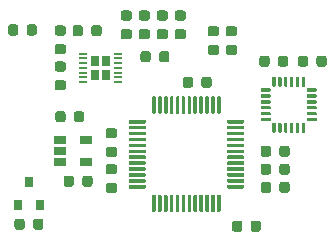
<source format=gbr>
G04 #@! TF.GenerationSoftware,KiCad,Pcbnew,(5.99.0-2119-g1c72042fc)*
G04 #@! TF.CreationDate,2020-07-20T23:30:33+02:00*
G04 #@! TF.ProjectId,ledCollar_PCB,6c656443-6f6c-46c6-9172-5f5043422e6b,rev?*
G04 #@! TF.SameCoordinates,Original*
G04 #@! TF.FileFunction,Paste,Top*
G04 #@! TF.FilePolarity,Positive*
%FSLAX46Y46*%
G04 Gerber Fmt 4.6, Leading zero omitted, Abs format (unit mm)*
G04 Created by KiCad (PCBNEW (5.99.0-2119-g1c72042fc)) date 2020-07-20 23:30:33*
%MOMM*%
%LPD*%
G01*
G04 APERTURE LIST*
%ADD10R,0.700000X0.970000*%
%ADD11R,0.700000X0.250000*%
%ADD12R,1.060000X0.650000*%
%ADD13R,0.800000X0.900000*%
G04 APERTURE END LIST*
G36*
G01*
X103562500Y-102506250D02*
X103562500Y-101993750D01*
G75*
G02*
X103781250Y-101775000I218750J0D01*
G01*
X104218750Y-101775000D01*
G75*
G02*
X104437500Y-101993750I0J-218750D01*
G01*
X104437500Y-102506250D01*
G75*
G02*
X104218750Y-102725000I-218750J0D01*
G01*
X103781250Y-102725000D01*
G75*
G02*
X103562500Y-102506250I0J218750D01*
G01*
G37*
G36*
G01*
X101987500Y-102506250D02*
X101987500Y-101993750D01*
G75*
G02*
X102206250Y-101775000I218750J0D01*
G01*
X102643750Y-101775000D01*
G75*
G02*
X102862500Y-101993750I0J-218750D01*
G01*
X102862500Y-102506250D01*
G75*
G02*
X102643750Y-102725000I-218750J0D01*
G01*
X102206250Y-102725000D01*
G75*
G02*
X101987500Y-102506250I0J218750D01*
G01*
G37*
G36*
G01*
X119123750Y-103499500D02*
X119636250Y-103499500D01*
G75*
G02*
X119855000Y-103718250I0J-218750D01*
G01*
X119855000Y-104155750D01*
G75*
G02*
X119636250Y-104374500I-218750J0D01*
G01*
X119123750Y-104374500D01*
G75*
G02*
X118905000Y-104155750I0J218750D01*
G01*
X118905000Y-103718250D01*
G75*
G02*
X119123750Y-103499500I218750J0D01*
G01*
G37*
G36*
G01*
X119123750Y-101924500D02*
X119636250Y-101924500D01*
G75*
G02*
X119855000Y-102143250I0J-218750D01*
G01*
X119855000Y-102580750D01*
G75*
G02*
X119636250Y-102799500I-218750J0D01*
G01*
X119123750Y-102799500D01*
G75*
G02*
X118905000Y-102580750I0J218750D01*
G01*
X118905000Y-102143250D01*
G75*
G02*
X119123750Y-101924500I218750J0D01*
G01*
G37*
G36*
G01*
X120647750Y-103499500D02*
X121160250Y-103499500D01*
G75*
G02*
X121379000Y-103718250I0J-218750D01*
G01*
X121379000Y-104155750D01*
G75*
G02*
X121160250Y-104374500I-218750J0D01*
G01*
X120647750Y-104374500D01*
G75*
G02*
X120429000Y-104155750I0J218750D01*
G01*
X120429000Y-103718250D01*
G75*
G02*
X120647750Y-103499500I218750J0D01*
G01*
G37*
G36*
G01*
X120647750Y-101924500D02*
X121160250Y-101924500D01*
G75*
G02*
X121379000Y-102143250I0J-218750D01*
G01*
X121379000Y-102580750D01*
G75*
G02*
X121160250Y-102799500I-218750J0D01*
G01*
X120647750Y-102799500D01*
G75*
G02*
X120429000Y-102580750I0J218750D01*
G01*
X120429000Y-102143250D01*
G75*
G02*
X120647750Y-101924500I218750J0D01*
G01*
G37*
G36*
G01*
X127404460Y-104642423D02*
X127404460Y-105154923D01*
G75*
G02*
X127185710Y-105373673I-218750J0D01*
G01*
X126748210Y-105373673D01*
G75*
G02*
X126529460Y-105154923I0J218750D01*
G01*
X126529460Y-104642423D01*
G75*
G02*
X126748210Y-104423673I218750J0D01*
G01*
X127185710Y-104423673D01*
G75*
G02*
X127404460Y-104642423I0J-218750D01*
G01*
G37*
G36*
G01*
X128979460Y-104642423D02*
X128979460Y-105154923D01*
G75*
G02*
X128760710Y-105373673I-218750J0D01*
G01*
X128323210Y-105373673D01*
G75*
G02*
X128104460Y-105154923I0J218750D01*
G01*
X128104460Y-104642423D01*
G75*
G02*
X128323210Y-104423673I218750J0D01*
G01*
X128760710Y-104423673D01*
G75*
G02*
X128979460Y-104642423I0J-218750D01*
G01*
G37*
G36*
G01*
X124835500Y-105152063D02*
X124835500Y-104639563D01*
G75*
G02*
X125054250Y-104420813I218750J0D01*
G01*
X125491750Y-104420813D01*
G75*
G02*
X125710500Y-104639563I0J-218750D01*
G01*
X125710500Y-105152063D01*
G75*
G02*
X125491750Y-105370813I-218750J0D01*
G01*
X125054250Y-105370813D01*
G75*
G02*
X124835500Y-105152063I0J218750D01*
G01*
G37*
G36*
G01*
X123260500Y-105152063D02*
X123260500Y-104639563D01*
G75*
G02*
X123479250Y-104420813I218750J0D01*
G01*
X123916750Y-104420813D01*
G75*
G02*
X124135500Y-104639563I0J-218750D01*
G01*
X124135500Y-105152063D01*
G75*
G02*
X123916750Y-105370813I-218750J0D01*
G01*
X123479250Y-105370813D01*
G75*
G02*
X123260500Y-105152063I0J218750D01*
G01*
G37*
G36*
G01*
X124264310Y-112265750D02*
X124264310Y-112778250D01*
G75*
G02*
X124045560Y-112997000I-218750J0D01*
G01*
X123608060Y-112997000D01*
G75*
G02*
X123389310Y-112778250I0J218750D01*
G01*
X123389310Y-112265750D01*
G75*
G02*
X123608060Y-112047000I218750J0D01*
G01*
X124045560Y-112047000D01*
G75*
G02*
X124264310Y-112265750I0J-218750D01*
G01*
G37*
G36*
G01*
X125839310Y-112265750D02*
X125839310Y-112778250D01*
G75*
G02*
X125620560Y-112997000I-218750J0D01*
G01*
X125183060Y-112997000D01*
G75*
G02*
X124964310Y-112778250I0J218750D01*
G01*
X124964310Y-112265750D01*
G75*
G02*
X125183060Y-112047000I218750J0D01*
G01*
X125620560Y-112047000D01*
G75*
G02*
X125839310Y-112265750I0J-218750D01*
G01*
G37*
G36*
G01*
X124259422Y-113789750D02*
X124259422Y-114302250D01*
G75*
G02*
X124040672Y-114521000I-218750J0D01*
G01*
X123603172Y-114521000D01*
G75*
G02*
X123384422Y-114302250I0J218750D01*
G01*
X123384422Y-113789750D01*
G75*
G02*
X123603172Y-113571000I218750J0D01*
G01*
X124040672Y-113571000D01*
G75*
G02*
X124259422Y-113789750I0J-218750D01*
G01*
G37*
G36*
G01*
X125834422Y-113789750D02*
X125834422Y-114302250D01*
G75*
G02*
X125615672Y-114521000I-218750J0D01*
G01*
X125178172Y-114521000D01*
G75*
G02*
X124959422Y-114302250I0J218750D01*
G01*
X124959422Y-113789750D01*
G75*
G02*
X125178172Y-113571000I218750J0D01*
G01*
X125615672Y-113571000D01*
G75*
G02*
X125834422Y-113789750I0J-218750D01*
G01*
G37*
G36*
G01*
X124225000Y-109757366D02*
X124225000Y-109907366D01*
G75*
G02*
X124150000Y-109982366I-75000J0D01*
G01*
X123450000Y-109982366D01*
G75*
G02*
X123375000Y-109907366I0J75000D01*
G01*
X123375000Y-109757366D01*
G75*
G02*
X123450000Y-109682366I75000J0D01*
G01*
X124150000Y-109682366D01*
G75*
G02*
X124225000Y-109757366I0J-75000D01*
G01*
G37*
G36*
G01*
X124225000Y-109257366D02*
X124225000Y-109407366D01*
G75*
G02*
X124150000Y-109482366I-75000J0D01*
G01*
X123450000Y-109482366D01*
G75*
G02*
X123375000Y-109407366I0J75000D01*
G01*
X123375000Y-109257366D01*
G75*
G02*
X123450000Y-109182366I75000J0D01*
G01*
X124150000Y-109182366D01*
G75*
G02*
X124225000Y-109257366I0J-75000D01*
G01*
G37*
G36*
G01*
X124225000Y-108757366D02*
X124225000Y-108907366D01*
G75*
G02*
X124150000Y-108982366I-75000J0D01*
G01*
X123450000Y-108982366D01*
G75*
G02*
X123375000Y-108907366I0J75000D01*
G01*
X123375000Y-108757366D01*
G75*
G02*
X123450000Y-108682366I75000J0D01*
G01*
X124150000Y-108682366D01*
G75*
G02*
X124225000Y-108757366I0J-75000D01*
G01*
G37*
G36*
G01*
X124225000Y-108257366D02*
X124225000Y-108407366D01*
G75*
G02*
X124150000Y-108482366I-75000J0D01*
G01*
X123450000Y-108482366D01*
G75*
G02*
X123375000Y-108407366I0J75000D01*
G01*
X123375000Y-108257366D01*
G75*
G02*
X123450000Y-108182366I75000J0D01*
G01*
X124150000Y-108182366D01*
G75*
G02*
X124225000Y-108257366I0J-75000D01*
G01*
G37*
G36*
G01*
X124225000Y-107757366D02*
X124225000Y-107907366D01*
G75*
G02*
X124150000Y-107982366I-75000J0D01*
G01*
X123450000Y-107982366D01*
G75*
G02*
X123375000Y-107907366I0J75000D01*
G01*
X123375000Y-107757366D01*
G75*
G02*
X123450000Y-107682366I75000J0D01*
G01*
X124150000Y-107682366D01*
G75*
G02*
X124225000Y-107757366I0J-75000D01*
G01*
G37*
G36*
G01*
X124225000Y-107257366D02*
X124225000Y-107407366D01*
G75*
G02*
X124150000Y-107482366I-75000J0D01*
G01*
X123450000Y-107482366D01*
G75*
G02*
X123375000Y-107407366I0J75000D01*
G01*
X123375000Y-107257366D01*
G75*
G02*
X123450000Y-107182366I75000J0D01*
G01*
X124150000Y-107182366D01*
G75*
G02*
X124225000Y-107257366I0J-75000D01*
G01*
G37*
G36*
G01*
X124575000Y-107057366D02*
X124425000Y-107057366D01*
G75*
G02*
X124350000Y-106982366I0J75000D01*
G01*
X124350000Y-106282366D01*
G75*
G02*
X124425000Y-106207366I75000J0D01*
G01*
X124575000Y-106207366D01*
G75*
G02*
X124650000Y-106282366I0J-75000D01*
G01*
X124650000Y-106982366D01*
G75*
G02*
X124575000Y-107057366I-75000J0D01*
G01*
G37*
G36*
G01*
X125075000Y-107057366D02*
X124925000Y-107057366D01*
G75*
G02*
X124850000Y-106982366I0J75000D01*
G01*
X124850000Y-106282366D01*
G75*
G02*
X124925000Y-106207366I75000J0D01*
G01*
X125075000Y-106207366D01*
G75*
G02*
X125150000Y-106282366I0J-75000D01*
G01*
X125150000Y-106982366D01*
G75*
G02*
X125075000Y-107057366I-75000J0D01*
G01*
G37*
G36*
G01*
X125575000Y-107057366D02*
X125425000Y-107057366D01*
G75*
G02*
X125350000Y-106982366I0J75000D01*
G01*
X125350000Y-106282366D01*
G75*
G02*
X125425000Y-106207366I75000J0D01*
G01*
X125575000Y-106207366D01*
G75*
G02*
X125650000Y-106282366I0J-75000D01*
G01*
X125650000Y-106982366D01*
G75*
G02*
X125575000Y-107057366I-75000J0D01*
G01*
G37*
G36*
G01*
X126075000Y-107057366D02*
X125925000Y-107057366D01*
G75*
G02*
X125850000Y-106982366I0J75000D01*
G01*
X125850000Y-106282366D01*
G75*
G02*
X125925000Y-106207366I75000J0D01*
G01*
X126075000Y-106207366D01*
G75*
G02*
X126150000Y-106282366I0J-75000D01*
G01*
X126150000Y-106982366D01*
G75*
G02*
X126075000Y-107057366I-75000J0D01*
G01*
G37*
G36*
G01*
X126575000Y-107057366D02*
X126425000Y-107057366D01*
G75*
G02*
X126350000Y-106982366I0J75000D01*
G01*
X126350000Y-106282366D01*
G75*
G02*
X126425000Y-106207366I75000J0D01*
G01*
X126575000Y-106207366D01*
G75*
G02*
X126650000Y-106282366I0J-75000D01*
G01*
X126650000Y-106982366D01*
G75*
G02*
X126575000Y-107057366I-75000J0D01*
G01*
G37*
G36*
G01*
X127075000Y-107057366D02*
X126925000Y-107057366D01*
G75*
G02*
X126850000Y-106982366I0J75000D01*
G01*
X126850000Y-106282366D01*
G75*
G02*
X126925000Y-106207366I75000J0D01*
G01*
X127075000Y-106207366D01*
G75*
G02*
X127150000Y-106282366I0J-75000D01*
G01*
X127150000Y-106982366D01*
G75*
G02*
X127075000Y-107057366I-75000J0D01*
G01*
G37*
G36*
G01*
X128125000Y-107257366D02*
X128125000Y-107407366D01*
G75*
G02*
X128050000Y-107482366I-75000J0D01*
G01*
X127350000Y-107482366D01*
G75*
G02*
X127275000Y-107407366I0J75000D01*
G01*
X127275000Y-107257366D01*
G75*
G02*
X127350000Y-107182366I75000J0D01*
G01*
X128050000Y-107182366D01*
G75*
G02*
X128125000Y-107257366I0J-75000D01*
G01*
G37*
G36*
G01*
X128125000Y-107757366D02*
X128125000Y-107907366D01*
G75*
G02*
X128050000Y-107982366I-75000J0D01*
G01*
X127350000Y-107982366D01*
G75*
G02*
X127275000Y-107907366I0J75000D01*
G01*
X127275000Y-107757366D01*
G75*
G02*
X127350000Y-107682366I75000J0D01*
G01*
X128050000Y-107682366D01*
G75*
G02*
X128125000Y-107757366I0J-75000D01*
G01*
G37*
G36*
G01*
X128125000Y-108257366D02*
X128125000Y-108407366D01*
G75*
G02*
X128050000Y-108482366I-75000J0D01*
G01*
X127350000Y-108482366D01*
G75*
G02*
X127275000Y-108407366I0J75000D01*
G01*
X127275000Y-108257366D01*
G75*
G02*
X127350000Y-108182366I75000J0D01*
G01*
X128050000Y-108182366D01*
G75*
G02*
X128125000Y-108257366I0J-75000D01*
G01*
G37*
G36*
G01*
X128125000Y-108757366D02*
X128125000Y-108907366D01*
G75*
G02*
X128050000Y-108982366I-75000J0D01*
G01*
X127350000Y-108982366D01*
G75*
G02*
X127275000Y-108907366I0J75000D01*
G01*
X127275000Y-108757366D01*
G75*
G02*
X127350000Y-108682366I75000J0D01*
G01*
X128050000Y-108682366D01*
G75*
G02*
X128125000Y-108757366I0J-75000D01*
G01*
G37*
G36*
G01*
X128125000Y-109257366D02*
X128125000Y-109407366D01*
G75*
G02*
X128050000Y-109482366I-75000J0D01*
G01*
X127350000Y-109482366D01*
G75*
G02*
X127275000Y-109407366I0J75000D01*
G01*
X127275000Y-109257366D01*
G75*
G02*
X127350000Y-109182366I75000J0D01*
G01*
X128050000Y-109182366D01*
G75*
G02*
X128125000Y-109257366I0J-75000D01*
G01*
G37*
G36*
G01*
X128125000Y-109757366D02*
X128125000Y-109907366D01*
G75*
G02*
X128050000Y-109982366I-75000J0D01*
G01*
X127350000Y-109982366D01*
G75*
G02*
X127275000Y-109907366I0J75000D01*
G01*
X127275000Y-109757366D01*
G75*
G02*
X127350000Y-109682366I75000J0D01*
G01*
X128050000Y-109682366D01*
G75*
G02*
X128125000Y-109757366I0J-75000D01*
G01*
G37*
G36*
G01*
X127075000Y-110957366D02*
X126925000Y-110957366D01*
G75*
G02*
X126850000Y-110882366I0J75000D01*
G01*
X126850000Y-110182366D01*
G75*
G02*
X126925000Y-110107366I75000J0D01*
G01*
X127075000Y-110107366D01*
G75*
G02*
X127150000Y-110182366I0J-75000D01*
G01*
X127150000Y-110882366D01*
G75*
G02*
X127075000Y-110957366I-75000J0D01*
G01*
G37*
G36*
G01*
X126575000Y-110957366D02*
X126425000Y-110957366D01*
G75*
G02*
X126350000Y-110882366I0J75000D01*
G01*
X126350000Y-110182366D01*
G75*
G02*
X126425000Y-110107366I75000J0D01*
G01*
X126575000Y-110107366D01*
G75*
G02*
X126650000Y-110182366I0J-75000D01*
G01*
X126650000Y-110882366D01*
G75*
G02*
X126575000Y-110957366I-75000J0D01*
G01*
G37*
G36*
G01*
X126075000Y-110957366D02*
X125925000Y-110957366D01*
G75*
G02*
X125850000Y-110882366I0J75000D01*
G01*
X125850000Y-110182366D01*
G75*
G02*
X125925000Y-110107366I75000J0D01*
G01*
X126075000Y-110107366D01*
G75*
G02*
X126150000Y-110182366I0J-75000D01*
G01*
X126150000Y-110882366D01*
G75*
G02*
X126075000Y-110957366I-75000J0D01*
G01*
G37*
G36*
G01*
X125575000Y-110957366D02*
X125425000Y-110957366D01*
G75*
G02*
X125350000Y-110882366I0J75000D01*
G01*
X125350000Y-110182366D01*
G75*
G02*
X125425000Y-110107366I75000J0D01*
G01*
X125575000Y-110107366D01*
G75*
G02*
X125650000Y-110182366I0J-75000D01*
G01*
X125650000Y-110882366D01*
G75*
G02*
X125575000Y-110957366I-75000J0D01*
G01*
G37*
G36*
G01*
X125075000Y-110957366D02*
X124925000Y-110957366D01*
G75*
G02*
X124850000Y-110882366I0J75000D01*
G01*
X124850000Y-110182366D01*
G75*
G02*
X124925000Y-110107366I75000J0D01*
G01*
X125075000Y-110107366D01*
G75*
G02*
X125150000Y-110182366I0J-75000D01*
G01*
X125150000Y-110882366D01*
G75*
G02*
X125075000Y-110957366I-75000J0D01*
G01*
G37*
G36*
G01*
X124575000Y-110957366D02*
X124425000Y-110957366D01*
G75*
G02*
X124350000Y-110882366I0J75000D01*
G01*
X124350000Y-110182366D01*
G75*
G02*
X124425000Y-110107366I75000J0D01*
G01*
X124575000Y-110107366D01*
G75*
G02*
X124650000Y-110182366I0J-75000D01*
G01*
X124650000Y-110882366D01*
G75*
G02*
X124575000Y-110957366I-75000J0D01*
G01*
G37*
D10*
X109361000Y-104879500D03*
X110256000Y-104879500D03*
X110256000Y-106054500D03*
X109361000Y-106054500D03*
D11*
X111281000Y-106667000D03*
X108331000Y-106667000D03*
X108331000Y-104267000D03*
X108331000Y-104667000D03*
X108331000Y-105067000D03*
X108331000Y-105467000D03*
X108331000Y-105867000D03*
X108331000Y-106267000D03*
X111281000Y-106267000D03*
X111281000Y-105867000D03*
X111281000Y-105467000D03*
X111281000Y-105067000D03*
X111281000Y-104667000D03*
X111281000Y-104267000D03*
G36*
G01*
X120594000Y-109876000D02*
X121919000Y-109876000D01*
G75*
G02*
X121994000Y-109951000I0J-75000D01*
G01*
X121994000Y-110101000D01*
G75*
G02*
X121919000Y-110176000I-75000J0D01*
G01*
X120594000Y-110176000D01*
G75*
G02*
X120519000Y-110101000I0J75000D01*
G01*
X120519000Y-109951000D01*
G75*
G02*
X120594000Y-109876000I75000J0D01*
G01*
G37*
G36*
G01*
X120594000Y-110376000D02*
X121919000Y-110376000D01*
G75*
G02*
X121994000Y-110451000I0J-75000D01*
G01*
X121994000Y-110601000D01*
G75*
G02*
X121919000Y-110676000I-75000J0D01*
G01*
X120594000Y-110676000D01*
G75*
G02*
X120519000Y-110601000I0J75000D01*
G01*
X120519000Y-110451000D01*
G75*
G02*
X120594000Y-110376000I75000J0D01*
G01*
G37*
G36*
G01*
X120594000Y-110876000D02*
X121919000Y-110876000D01*
G75*
G02*
X121994000Y-110951000I0J-75000D01*
G01*
X121994000Y-111101000D01*
G75*
G02*
X121919000Y-111176000I-75000J0D01*
G01*
X120594000Y-111176000D01*
G75*
G02*
X120519000Y-111101000I0J75000D01*
G01*
X120519000Y-110951000D01*
G75*
G02*
X120594000Y-110876000I75000J0D01*
G01*
G37*
G36*
G01*
X120594000Y-111376000D02*
X121919000Y-111376000D01*
G75*
G02*
X121994000Y-111451000I0J-75000D01*
G01*
X121994000Y-111601000D01*
G75*
G02*
X121919000Y-111676000I-75000J0D01*
G01*
X120594000Y-111676000D01*
G75*
G02*
X120519000Y-111601000I0J75000D01*
G01*
X120519000Y-111451000D01*
G75*
G02*
X120594000Y-111376000I75000J0D01*
G01*
G37*
G36*
G01*
X120594000Y-111876000D02*
X121919000Y-111876000D01*
G75*
G02*
X121994000Y-111951000I0J-75000D01*
G01*
X121994000Y-112101000D01*
G75*
G02*
X121919000Y-112176000I-75000J0D01*
G01*
X120594000Y-112176000D01*
G75*
G02*
X120519000Y-112101000I0J75000D01*
G01*
X120519000Y-111951000D01*
G75*
G02*
X120594000Y-111876000I75000J0D01*
G01*
G37*
G36*
G01*
X120594000Y-112376000D02*
X121919000Y-112376000D01*
G75*
G02*
X121994000Y-112451000I0J-75000D01*
G01*
X121994000Y-112601000D01*
G75*
G02*
X121919000Y-112676000I-75000J0D01*
G01*
X120594000Y-112676000D01*
G75*
G02*
X120519000Y-112601000I0J75000D01*
G01*
X120519000Y-112451000D01*
G75*
G02*
X120594000Y-112376000I75000J0D01*
G01*
G37*
G36*
G01*
X120594000Y-112876000D02*
X121919000Y-112876000D01*
G75*
G02*
X121994000Y-112951000I0J-75000D01*
G01*
X121994000Y-113101000D01*
G75*
G02*
X121919000Y-113176000I-75000J0D01*
G01*
X120594000Y-113176000D01*
G75*
G02*
X120519000Y-113101000I0J75000D01*
G01*
X120519000Y-112951000D01*
G75*
G02*
X120594000Y-112876000I75000J0D01*
G01*
G37*
G36*
G01*
X120594000Y-113376000D02*
X121919000Y-113376000D01*
G75*
G02*
X121994000Y-113451000I0J-75000D01*
G01*
X121994000Y-113601000D01*
G75*
G02*
X121919000Y-113676000I-75000J0D01*
G01*
X120594000Y-113676000D01*
G75*
G02*
X120519000Y-113601000I0J75000D01*
G01*
X120519000Y-113451000D01*
G75*
G02*
X120594000Y-113376000I75000J0D01*
G01*
G37*
G36*
G01*
X120594000Y-113876000D02*
X121919000Y-113876000D01*
G75*
G02*
X121994000Y-113951000I0J-75000D01*
G01*
X121994000Y-114101000D01*
G75*
G02*
X121919000Y-114176000I-75000J0D01*
G01*
X120594000Y-114176000D01*
G75*
G02*
X120519000Y-114101000I0J75000D01*
G01*
X120519000Y-113951000D01*
G75*
G02*
X120594000Y-113876000I75000J0D01*
G01*
G37*
G36*
G01*
X120594000Y-114376000D02*
X121919000Y-114376000D01*
G75*
G02*
X121994000Y-114451000I0J-75000D01*
G01*
X121994000Y-114601000D01*
G75*
G02*
X121919000Y-114676000I-75000J0D01*
G01*
X120594000Y-114676000D01*
G75*
G02*
X120519000Y-114601000I0J75000D01*
G01*
X120519000Y-114451000D01*
G75*
G02*
X120594000Y-114376000I75000J0D01*
G01*
G37*
G36*
G01*
X120594000Y-114876000D02*
X121919000Y-114876000D01*
G75*
G02*
X121994000Y-114951000I0J-75000D01*
G01*
X121994000Y-115101000D01*
G75*
G02*
X121919000Y-115176000I-75000J0D01*
G01*
X120594000Y-115176000D01*
G75*
G02*
X120519000Y-115101000I0J75000D01*
G01*
X120519000Y-114951000D01*
G75*
G02*
X120594000Y-114876000I75000J0D01*
G01*
G37*
G36*
G01*
X120594000Y-115376000D02*
X121919000Y-115376000D01*
G75*
G02*
X121994000Y-115451000I0J-75000D01*
G01*
X121994000Y-115601000D01*
G75*
G02*
X121919000Y-115676000I-75000J0D01*
G01*
X120594000Y-115676000D01*
G75*
G02*
X120519000Y-115601000I0J75000D01*
G01*
X120519000Y-115451000D01*
G75*
G02*
X120594000Y-115376000I75000J0D01*
G01*
G37*
G36*
G01*
X119769000Y-116201000D02*
X119919000Y-116201000D01*
G75*
G02*
X119994000Y-116276000I0J-75000D01*
G01*
X119994000Y-117601000D01*
G75*
G02*
X119919000Y-117676000I-75000J0D01*
G01*
X119769000Y-117676000D01*
G75*
G02*
X119694000Y-117601000I0J75000D01*
G01*
X119694000Y-116276000D01*
G75*
G02*
X119769000Y-116201000I75000J0D01*
G01*
G37*
G36*
G01*
X119269000Y-116201000D02*
X119419000Y-116201000D01*
G75*
G02*
X119494000Y-116276000I0J-75000D01*
G01*
X119494000Y-117601000D01*
G75*
G02*
X119419000Y-117676000I-75000J0D01*
G01*
X119269000Y-117676000D01*
G75*
G02*
X119194000Y-117601000I0J75000D01*
G01*
X119194000Y-116276000D01*
G75*
G02*
X119269000Y-116201000I75000J0D01*
G01*
G37*
G36*
G01*
X118769000Y-116201000D02*
X118919000Y-116201000D01*
G75*
G02*
X118994000Y-116276000I0J-75000D01*
G01*
X118994000Y-117601000D01*
G75*
G02*
X118919000Y-117676000I-75000J0D01*
G01*
X118769000Y-117676000D01*
G75*
G02*
X118694000Y-117601000I0J75000D01*
G01*
X118694000Y-116276000D01*
G75*
G02*
X118769000Y-116201000I75000J0D01*
G01*
G37*
G36*
G01*
X118269000Y-116201000D02*
X118419000Y-116201000D01*
G75*
G02*
X118494000Y-116276000I0J-75000D01*
G01*
X118494000Y-117601000D01*
G75*
G02*
X118419000Y-117676000I-75000J0D01*
G01*
X118269000Y-117676000D01*
G75*
G02*
X118194000Y-117601000I0J75000D01*
G01*
X118194000Y-116276000D01*
G75*
G02*
X118269000Y-116201000I75000J0D01*
G01*
G37*
G36*
G01*
X117769000Y-116201000D02*
X117919000Y-116201000D01*
G75*
G02*
X117994000Y-116276000I0J-75000D01*
G01*
X117994000Y-117601000D01*
G75*
G02*
X117919000Y-117676000I-75000J0D01*
G01*
X117769000Y-117676000D01*
G75*
G02*
X117694000Y-117601000I0J75000D01*
G01*
X117694000Y-116276000D01*
G75*
G02*
X117769000Y-116201000I75000J0D01*
G01*
G37*
G36*
G01*
X117269000Y-116201000D02*
X117419000Y-116201000D01*
G75*
G02*
X117494000Y-116276000I0J-75000D01*
G01*
X117494000Y-117601000D01*
G75*
G02*
X117419000Y-117676000I-75000J0D01*
G01*
X117269000Y-117676000D01*
G75*
G02*
X117194000Y-117601000I0J75000D01*
G01*
X117194000Y-116276000D01*
G75*
G02*
X117269000Y-116201000I75000J0D01*
G01*
G37*
G36*
G01*
X116769000Y-116201000D02*
X116919000Y-116201000D01*
G75*
G02*
X116994000Y-116276000I0J-75000D01*
G01*
X116994000Y-117601000D01*
G75*
G02*
X116919000Y-117676000I-75000J0D01*
G01*
X116769000Y-117676000D01*
G75*
G02*
X116694000Y-117601000I0J75000D01*
G01*
X116694000Y-116276000D01*
G75*
G02*
X116769000Y-116201000I75000J0D01*
G01*
G37*
G36*
G01*
X116269000Y-116201000D02*
X116419000Y-116201000D01*
G75*
G02*
X116494000Y-116276000I0J-75000D01*
G01*
X116494000Y-117601000D01*
G75*
G02*
X116419000Y-117676000I-75000J0D01*
G01*
X116269000Y-117676000D01*
G75*
G02*
X116194000Y-117601000I0J75000D01*
G01*
X116194000Y-116276000D01*
G75*
G02*
X116269000Y-116201000I75000J0D01*
G01*
G37*
G36*
G01*
X115769000Y-116201000D02*
X115919000Y-116201000D01*
G75*
G02*
X115994000Y-116276000I0J-75000D01*
G01*
X115994000Y-117601000D01*
G75*
G02*
X115919000Y-117676000I-75000J0D01*
G01*
X115769000Y-117676000D01*
G75*
G02*
X115694000Y-117601000I0J75000D01*
G01*
X115694000Y-116276000D01*
G75*
G02*
X115769000Y-116201000I75000J0D01*
G01*
G37*
G36*
G01*
X115269000Y-116201000D02*
X115419000Y-116201000D01*
G75*
G02*
X115494000Y-116276000I0J-75000D01*
G01*
X115494000Y-117601000D01*
G75*
G02*
X115419000Y-117676000I-75000J0D01*
G01*
X115269000Y-117676000D01*
G75*
G02*
X115194000Y-117601000I0J75000D01*
G01*
X115194000Y-116276000D01*
G75*
G02*
X115269000Y-116201000I75000J0D01*
G01*
G37*
G36*
G01*
X114769000Y-116201000D02*
X114919000Y-116201000D01*
G75*
G02*
X114994000Y-116276000I0J-75000D01*
G01*
X114994000Y-117601000D01*
G75*
G02*
X114919000Y-117676000I-75000J0D01*
G01*
X114769000Y-117676000D01*
G75*
G02*
X114694000Y-117601000I0J75000D01*
G01*
X114694000Y-116276000D01*
G75*
G02*
X114769000Y-116201000I75000J0D01*
G01*
G37*
G36*
G01*
X114269000Y-116201000D02*
X114419000Y-116201000D01*
G75*
G02*
X114494000Y-116276000I0J-75000D01*
G01*
X114494000Y-117601000D01*
G75*
G02*
X114419000Y-117676000I-75000J0D01*
G01*
X114269000Y-117676000D01*
G75*
G02*
X114194000Y-117601000I0J75000D01*
G01*
X114194000Y-116276000D01*
G75*
G02*
X114269000Y-116201000I75000J0D01*
G01*
G37*
G36*
G01*
X112269000Y-115376000D02*
X113594000Y-115376000D01*
G75*
G02*
X113669000Y-115451000I0J-75000D01*
G01*
X113669000Y-115601000D01*
G75*
G02*
X113594000Y-115676000I-75000J0D01*
G01*
X112269000Y-115676000D01*
G75*
G02*
X112194000Y-115601000I0J75000D01*
G01*
X112194000Y-115451000D01*
G75*
G02*
X112269000Y-115376000I75000J0D01*
G01*
G37*
G36*
G01*
X112269000Y-114876000D02*
X113594000Y-114876000D01*
G75*
G02*
X113669000Y-114951000I0J-75000D01*
G01*
X113669000Y-115101000D01*
G75*
G02*
X113594000Y-115176000I-75000J0D01*
G01*
X112269000Y-115176000D01*
G75*
G02*
X112194000Y-115101000I0J75000D01*
G01*
X112194000Y-114951000D01*
G75*
G02*
X112269000Y-114876000I75000J0D01*
G01*
G37*
G36*
G01*
X112269000Y-114376000D02*
X113594000Y-114376000D01*
G75*
G02*
X113669000Y-114451000I0J-75000D01*
G01*
X113669000Y-114601000D01*
G75*
G02*
X113594000Y-114676000I-75000J0D01*
G01*
X112269000Y-114676000D01*
G75*
G02*
X112194000Y-114601000I0J75000D01*
G01*
X112194000Y-114451000D01*
G75*
G02*
X112269000Y-114376000I75000J0D01*
G01*
G37*
G36*
G01*
X112269000Y-113876000D02*
X113594000Y-113876000D01*
G75*
G02*
X113669000Y-113951000I0J-75000D01*
G01*
X113669000Y-114101000D01*
G75*
G02*
X113594000Y-114176000I-75000J0D01*
G01*
X112269000Y-114176000D01*
G75*
G02*
X112194000Y-114101000I0J75000D01*
G01*
X112194000Y-113951000D01*
G75*
G02*
X112269000Y-113876000I75000J0D01*
G01*
G37*
G36*
G01*
X112269000Y-113376000D02*
X113594000Y-113376000D01*
G75*
G02*
X113669000Y-113451000I0J-75000D01*
G01*
X113669000Y-113601000D01*
G75*
G02*
X113594000Y-113676000I-75000J0D01*
G01*
X112269000Y-113676000D01*
G75*
G02*
X112194000Y-113601000I0J75000D01*
G01*
X112194000Y-113451000D01*
G75*
G02*
X112269000Y-113376000I75000J0D01*
G01*
G37*
G36*
G01*
X112269000Y-112876000D02*
X113594000Y-112876000D01*
G75*
G02*
X113669000Y-112951000I0J-75000D01*
G01*
X113669000Y-113101000D01*
G75*
G02*
X113594000Y-113176000I-75000J0D01*
G01*
X112269000Y-113176000D01*
G75*
G02*
X112194000Y-113101000I0J75000D01*
G01*
X112194000Y-112951000D01*
G75*
G02*
X112269000Y-112876000I75000J0D01*
G01*
G37*
G36*
G01*
X112269000Y-112376000D02*
X113594000Y-112376000D01*
G75*
G02*
X113669000Y-112451000I0J-75000D01*
G01*
X113669000Y-112601000D01*
G75*
G02*
X113594000Y-112676000I-75000J0D01*
G01*
X112269000Y-112676000D01*
G75*
G02*
X112194000Y-112601000I0J75000D01*
G01*
X112194000Y-112451000D01*
G75*
G02*
X112269000Y-112376000I75000J0D01*
G01*
G37*
G36*
G01*
X112269000Y-111876000D02*
X113594000Y-111876000D01*
G75*
G02*
X113669000Y-111951000I0J-75000D01*
G01*
X113669000Y-112101000D01*
G75*
G02*
X113594000Y-112176000I-75000J0D01*
G01*
X112269000Y-112176000D01*
G75*
G02*
X112194000Y-112101000I0J75000D01*
G01*
X112194000Y-111951000D01*
G75*
G02*
X112269000Y-111876000I75000J0D01*
G01*
G37*
G36*
G01*
X112269000Y-111376000D02*
X113594000Y-111376000D01*
G75*
G02*
X113669000Y-111451000I0J-75000D01*
G01*
X113669000Y-111601000D01*
G75*
G02*
X113594000Y-111676000I-75000J0D01*
G01*
X112269000Y-111676000D01*
G75*
G02*
X112194000Y-111601000I0J75000D01*
G01*
X112194000Y-111451000D01*
G75*
G02*
X112269000Y-111376000I75000J0D01*
G01*
G37*
G36*
G01*
X112269000Y-110876000D02*
X113594000Y-110876000D01*
G75*
G02*
X113669000Y-110951000I0J-75000D01*
G01*
X113669000Y-111101000D01*
G75*
G02*
X113594000Y-111176000I-75000J0D01*
G01*
X112269000Y-111176000D01*
G75*
G02*
X112194000Y-111101000I0J75000D01*
G01*
X112194000Y-110951000D01*
G75*
G02*
X112269000Y-110876000I75000J0D01*
G01*
G37*
G36*
G01*
X112269000Y-110376000D02*
X113594000Y-110376000D01*
G75*
G02*
X113669000Y-110451000I0J-75000D01*
G01*
X113669000Y-110601000D01*
G75*
G02*
X113594000Y-110676000I-75000J0D01*
G01*
X112269000Y-110676000D01*
G75*
G02*
X112194000Y-110601000I0J75000D01*
G01*
X112194000Y-110451000D01*
G75*
G02*
X112269000Y-110376000I75000J0D01*
G01*
G37*
G36*
G01*
X112269000Y-109876000D02*
X113594000Y-109876000D01*
G75*
G02*
X113669000Y-109951000I0J-75000D01*
G01*
X113669000Y-110101000D01*
G75*
G02*
X113594000Y-110176000I-75000J0D01*
G01*
X112269000Y-110176000D01*
G75*
G02*
X112194000Y-110101000I0J75000D01*
G01*
X112194000Y-109951000D01*
G75*
G02*
X112269000Y-109876000I75000J0D01*
G01*
G37*
G36*
G01*
X114269000Y-107876000D02*
X114419000Y-107876000D01*
G75*
G02*
X114494000Y-107951000I0J-75000D01*
G01*
X114494000Y-109276000D01*
G75*
G02*
X114419000Y-109351000I-75000J0D01*
G01*
X114269000Y-109351000D01*
G75*
G02*
X114194000Y-109276000I0J75000D01*
G01*
X114194000Y-107951000D01*
G75*
G02*
X114269000Y-107876000I75000J0D01*
G01*
G37*
G36*
G01*
X114769000Y-107876000D02*
X114919000Y-107876000D01*
G75*
G02*
X114994000Y-107951000I0J-75000D01*
G01*
X114994000Y-109276000D01*
G75*
G02*
X114919000Y-109351000I-75000J0D01*
G01*
X114769000Y-109351000D01*
G75*
G02*
X114694000Y-109276000I0J75000D01*
G01*
X114694000Y-107951000D01*
G75*
G02*
X114769000Y-107876000I75000J0D01*
G01*
G37*
G36*
G01*
X115269000Y-107876000D02*
X115419000Y-107876000D01*
G75*
G02*
X115494000Y-107951000I0J-75000D01*
G01*
X115494000Y-109276000D01*
G75*
G02*
X115419000Y-109351000I-75000J0D01*
G01*
X115269000Y-109351000D01*
G75*
G02*
X115194000Y-109276000I0J75000D01*
G01*
X115194000Y-107951000D01*
G75*
G02*
X115269000Y-107876000I75000J0D01*
G01*
G37*
G36*
G01*
X115769000Y-107876000D02*
X115919000Y-107876000D01*
G75*
G02*
X115994000Y-107951000I0J-75000D01*
G01*
X115994000Y-109276000D01*
G75*
G02*
X115919000Y-109351000I-75000J0D01*
G01*
X115769000Y-109351000D01*
G75*
G02*
X115694000Y-109276000I0J75000D01*
G01*
X115694000Y-107951000D01*
G75*
G02*
X115769000Y-107876000I75000J0D01*
G01*
G37*
G36*
G01*
X116269000Y-107876000D02*
X116419000Y-107876000D01*
G75*
G02*
X116494000Y-107951000I0J-75000D01*
G01*
X116494000Y-109276000D01*
G75*
G02*
X116419000Y-109351000I-75000J0D01*
G01*
X116269000Y-109351000D01*
G75*
G02*
X116194000Y-109276000I0J75000D01*
G01*
X116194000Y-107951000D01*
G75*
G02*
X116269000Y-107876000I75000J0D01*
G01*
G37*
G36*
G01*
X116769000Y-107876000D02*
X116919000Y-107876000D01*
G75*
G02*
X116994000Y-107951000I0J-75000D01*
G01*
X116994000Y-109276000D01*
G75*
G02*
X116919000Y-109351000I-75000J0D01*
G01*
X116769000Y-109351000D01*
G75*
G02*
X116694000Y-109276000I0J75000D01*
G01*
X116694000Y-107951000D01*
G75*
G02*
X116769000Y-107876000I75000J0D01*
G01*
G37*
G36*
G01*
X117269000Y-107876000D02*
X117419000Y-107876000D01*
G75*
G02*
X117494000Y-107951000I0J-75000D01*
G01*
X117494000Y-109276000D01*
G75*
G02*
X117419000Y-109351000I-75000J0D01*
G01*
X117269000Y-109351000D01*
G75*
G02*
X117194000Y-109276000I0J75000D01*
G01*
X117194000Y-107951000D01*
G75*
G02*
X117269000Y-107876000I75000J0D01*
G01*
G37*
G36*
G01*
X117769000Y-107876000D02*
X117919000Y-107876000D01*
G75*
G02*
X117994000Y-107951000I0J-75000D01*
G01*
X117994000Y-109276000D01*
G75*
G02*
X117919000Y-109351000I-75000J0D01*
G01*
X117769000Y-109351000D01*
G75*
G02*
X117694000Y-109276000I0J75000D01*
G01*
X117694000Y-107951000D01*
G75*
G02*
X117769000Y-107876000I75000J0D01*
G01*
G37*
G36*
G01*
X118269000Y-107876000D02*
X118419000Y-107876000D01*
G75*
G02*
X118494000Y-107951000I0J-75000D01*
G01*
X118494000Y-109276000D01*
G75*
G02*
X118419000Y-109351000I-75000J0D01*
G01*
X118269000Y-109351000D01*
G75*
G02*
X118194000Y-109276000I0J75000D01*
G01*
X118194000Y-107951000D01*
G75*
G02*
X118269000Y-107876000I75000J0D01*
G01*
G37*
G36*
G01*
X118769000Y-107876000D02*
X118919000Y-107876000D01*
G75*
G02*
X118994000Y-107951000I0J-75000D01*
G01*
X118994000Y-109276000D01*
G75*
G02*
X118919000Y-109351000I-75000J0D01*
G01*
X118769000Y-109351000D01*
G75*
G02*
X118694000Y-109276000I0J75000D01*
G01*
X118694000Y-107951000D01*
G75*
G02*
X118769000Y-107876000I75000J0D01*
G01*
G37*
G36*
G01*
X119269000Y-107876000D02*
X119419000Y-107876000D01*
G75*
G02*
X119494000Y-107951000I0J-75000D01*
G01*
X119494000Y-109276000D01*
G75*
G02*
X119419000Y-109351000I-75000J0D01*
G01*
X119269000Y-109351000D01*
G75*
G02*
X119194000Y-109276000I0J75000D01*
G01*
X119194000Y-107951000D01*
G75*
G02*
X119269000Y-107876000I75000J0D01*
G01*
G37*
G36*
G01*
X119769000Y-107876000D02*
X119919000Y-107876000D01*
G75*
G02*
X119994000Y-107951000I0J-75000D01*
G01*
X119994000Y-109276000D01*
G75*
G02*
X119919000Y-109351000I-75000J0D01*
G01*
X119769000Y-109351000D01*
G75*
G02*
X119694000Y-109276000I0J75000D01*
G01*
X119694000Y-107951000D01*
G75*
G02*
X119769000Y-107876000I75000J0D01*
G01*
G37*
D12*
X108626000Y-111572000D03*
X108626000Y-113472000D03*
X106426000Y-113472000D03*
X106426000Y-112522000D03*
X106426000Y-111572000D03*
G36*
G01*
X115318250Y-101478500D02*
X114805750Y-101478500D01*
G75*
G02*
X114587000Y-101259750I0J218750D01*
G01*
X114587000Y-100822250D01*
G75*
G02*
X114805750Y-100603500I218750J0D01*
G01*
X115318250Y-100603500D01*
G75*
G02*
X115537000Y-100822250I0J-218750D01*
G01*
X115537000Y-101259750D01*
G75*
G02*
X115318250Y-101478500I-218750J0D01*
G01*
G37*
G36*
G01*
X115318250Y-103053500D02*
X114805750Y-103053500D01*
G75*
G02*
X114587000Y-102834750I0J218750D01*
G01*
X114587000Y-102397250D01*
G75*
G02*
X114805750Y-102178500I218750J0D01*
G01*
X115318250Y-102178500D01*
G75*
G02*
X115537000Y-102397250I0J-218750D01*
G01*
X115537000Y-102834750D01*
G75*
G02*
X115318250Y-103053500I-218750J0D01*
G01*
G37*
G36*
G01*
X113281750Y-102178500D02*
X113794250Y-102178500D01*
G75*
G02*
X114013000Y-102397250I0J-218750D01*
G01*
X114013000Y-102834750D01*
G75*
G02*
X113794250Y-103053500I-218750J0D01*
G01*
X113281750Y-103053500D01*
G75*
G02*
X113063000Y-102834750I0J218750D01*
G01*
X113063000Y-102397250D01*
G75*
G02*
X113281750Y-102178500I218750J0D01*
G01*
G37*
G36*
G01*
X113281750Y-100603500D02*
X113794250Y-100603500D01*
G75*
G02*
X114013000Y-100822250I0J-218750D01*
G01*
X114013000Y-101259750D01*
G75*
G02*
X113794250Y-101478500I-218750J0D01*
G01*
X113281750Y-101478500D01*
G75*
G02*
X113063000Y-101259750I0J218750D01*
G01*
X113063000Y-100822250D01*
G75*
G02*
X113281750Y-100603500I218750J0D01*
G01*
G37*
G36*
G01*
X112270250Y-101478500D02*
X111757750Y-101478500D01*
G75*
G02*
X111539000Y-101259750I0J218750D01*
G01*
X111539000Y-100822250D01*
G75*
G02*
X111757750Y-100603500I218750J0D01*
G01*
X112270250Y-100603500D01*
G75*
G02*
X112489000Y-100822250I0J-218750D01*
G01*
X112489000Y-101259750D01*
G75*
G02*
X112270250Y-101478500I-218750J0D01*
G01*
G37*
G36*
G01*
X112270250Y-103053500D02*
X111757750Y-103053500D01*
G75*
G02*
X111539000Y-102834750I0J218750D01*
G01*
X111539000Y-102397250D01*
G75*
G02*
X111757750Y-102178500I218750J0D01*
G01*
X112270250Y-102178500D01*
G75*
G02*
X112489000Y-102397250I0J-218750D01*
G01*
X112489000Y-102834750D01*
G75*
G02*
X112270250Y-103053500I-218750J0D01*
G01*
G37*
G36*
G01*
X124966273Y-115829756D02*
X124966273Y-115317256D01*
G75*
G02*
X125185023Y-115098506I218750J0D01*
G01*
X125622523Y-115098506D01*
G75*
G02*
X125841273Y-115317256I0J-218750D01*
G01*
X125841273Y-115829756D01*
G75*
G02*
X125622523Y-116048506I-218750J0D01*
G01*
X125185023Y-116048506D01*
G75*
G02*
X124966273Y-115829756I0J218750D01*
G01*
G37*
G36*
G01*
X123391273Y-115829756D02*
X123391273Y-115317256D01*
G75*
G02*
X123610023Y-115098506I218750J0D01*
G01*
X124047523Y-115098506D01*
G75*
G02*
X124266273Y-115317256I0J-218750D01*
G01*
X124266273Y-115829756D01*
G75*
G02*
X124047523Y-116048506I-218750J0D01*
G01*
X123610023Y-116048506D01*
G75*
G02*
X123391273Y-115829756I0J218750D01*
G01*
G37*
G36*
G01*
X111000250Y-111435500D02*
X110487750Y-111435500D01*
G75*
G02*
X110269000Y-111216750I0J218750D01*
G01*
X110269000Y-110779250D01*
G75*
G02*
X110487750Y-110560500I218750J0D01*
G01*
X111000250Y-110560500D01*
G75*
G02*
X111219000Y-110779250I0J-218750D01*
G01*
X111219000Y-111216750D01*
G75*
G02*
X111000250Y-111435500I-218750J0D01*
G01*
G37*
G36*
G01*
X111000250Y-113010500D02*
X110487750Y-113010500D01*
G75*
G02*
X110269000Y-112791750I0J218750D01*
G01*
X110269000Y-112354250D01*
G75*
G02*
X110487750Y-112135500I218750J0D01*
G01*
X111000250Y-112135500D01*
G75*
G02*
X111219000Y-112354250I0J-218750D01*
G01*
X111219000Y-112791750D01*
G75*
G02*
X111000250Y-113010500I-218750J0D01*
G01*
G37*
G36*
G01*
X111000250Y-114483500D02*
X110487750Y-114483500D01*
G75*
G02*
X110269000Y-114264750I0J218750D01*
G01*
X110269000Y-113827250D01*
G75*
G02*
X110487750Y-113608500I218750J0D01*
G01*
X111000250Y-113608500D01*
G75*
G02*
X111219000Y-113827250I0J-218750D01*
G01*
X111219000Y-114264750D01*
G75*
G02*
X111000250Y-114483500I-218750J0D01*
G01*
G37*
G36*
G01*
X111000250Y-116058500D02*
X110487750Y-116058500D01*
G75*
G02*
X110269000Y-115839750I0J218750D01*
G01*
X110269000Y-115402250D01*
G75*
G02*
X110487750Y-115183500I218750J0D01*
G01*
X111000250Y-115183500D01*
G75*
G02*
X111219000Y-115402250I0J-218750D01*
G01*
X111219000Y-115839750D01*
G75*
G02*
X111000250Y-116058500I-218750J0D01*
G01*
G37*
G36*
G01*
X102532023Y-118956250D02*
X102532023Y-118443750D01*
G75*
G02*
X102750773Y-118225000I218750J0D01*
G01*
X103188273Y-118225000D01*
G75*
G02*
X103407023Y-118443750I0J-218750D01*
G01*
X103407023Y-118956250D01*
G75*
G02*
X103188273Y-119175000I-218750J0D01*
G01*
X102750773Y-119175000D01*
G75*
G02*
X102532023Y-118956250I0J218750D01*
G01*
G37*
G36*
G01*
X104107023Y-118956250D02*
X104107023Y-118443750D01*
G75*
G02*
X104325773Y-118225000I218750J0D01*
G01*
X104763273Y-118225000D01*
G75*
G02*
X104982023Y-118443750I0J-218750D01*
G01*
X104982023Y-118956250D01*
G75*
G02*
X104763273Y-119175000I-218750J0D01*
G01*
X104325773Y-119175000D01*
G75*
G02*
X104107023Y-118956250I0J218750D01*
G01*
G37*
D13*
X103759673Y-115102726D03*
X104709673Y-117102726D03*
X102809673Y-117102726D03*
G36*
G01*
X106682250Y-102748500D02*
X106169750Y-102748500D01*
G75*
G02*
X105951000Y-102529750I0J218750D01*
G01*
X105951000Y-102092250D01*
G75*
G02*
X106169750Y-101873500I218750J0D01*
G01*
X106682250Y-101873500D01*
G75*
G02*
X106901000Y-102092250I0J-218750D01*
G01*
X106901000Y-102529750D01*
G75*
G02*
X106682250Y-102748500I-218750J0D01*
G01*
G37*
G36*
G01*
X106682250Y-104323500D02*
X106169750Y-104323500D01*
G75*
G02*
X105951000Y-104104750I0J218750D01*
G01*
X105951000Y-103667250D01*
G75*
G02*
X106169750Y-103448500I218750J0D01*
G01*
X106682250Y-103448500D01*
G75*
G02*
X106901000Y-103667250I0J-218750D01*
G01*
X106901000Y-104104750D01*
G75*
G02*
X106682250Y-104323500I-218750J0D01*
G01*
G37*
G36*
G01*
X106169750Y-106496500D02*
X106682250Y-106496500D01*
G75*
G02*
X106901000Y-106715250I0J-218750D01*
G01*
X106901000Y-107152750D01*
G75*
G02*
X106682250Y-107371500I-218750J0D01*
G01*
X106169750Y-107371500D01*
G75*
G02*
X105951000Y-107152750I0J218750D01*
G01*
X105951000Y-106715250D01*
G75*
G02*
X106169750Y-106496500I218750J0D01*
G01*
G37*
G36*
G01*
X106169750Y-104921500D02*
X106682250Y-104921500D01*
G75*
G02*
X106901000Y-105140250I0J-218750D01*
G01*
X106901000Y-105577750D01*
G75*
G02*
X106682250Y-105796500I-218750J0D01*
G01*
X106169750Y-105796500D01*
G75*
G02*
X105951000Y-105577750I0J218750D01*
G01*
X105951000Y-105140250D01*
G75*
G02*
X106169750Y-104921500I218750J0D01*
G01*
G37*
G36*
G01*
X109036500Y-102567250D02*
X109036500Y-102054750D01*
G75*
G02*
X109255250Y-101836000I218750J0D01*
G01*
X109692750Y-101836000D01*
G75*
G02*
X109911500Y-102054750I0J-218750D01*
G01*
X109911500Y-102567250D01*
G75*
G02*
X109692750Y-102786000I-218750J0D01*
G01*
X109255250Y-102786000D01*
G75*
G02*
X109036500Y-102567250I0J218750D01*
G01*
G37*
G36*
G01*
X107461500Y-102567250D02*
X107461500Y-102054750D01*
G75*
G02*
X107680250Y-101836000I218750J0D01*
G01*
X108117750Y-101836000D01*
G75*
G02*
X108336500Y-102054750I0J-218750D01*
G01*
X108336500Y-102567250D01*
G75*
G02*
X108117750Y-102786000I-218750J0D01*
G01*
X107680250Y-102786000D01*
G75*
G02*
X107461500Y-102567250I0J218750D01*
G01*
G37*
G36*
G01*
X114777000Y-104777250D02*
X114777000Y-104264750D01*
G75*
G02*
X114995750Y-104046000I218750J0D01*
G01*
X115433250Y-104046000D01*
G75*
G02*
X115652000Y-104264750I0J-218750D01*
G01*
X115652000Y-104777250D01*
G75*
G02*
X115433250Y-104996000I-218750J0D01*
G01*
X114995750Y-104996000D01*
G75*
G02*
X114777000Y-104777250I0J218750D01*
G01*
G37*
G36*
G01*
X113202000Y-104777250D02*
X113202000Y-104264750D01*
G75*
G02*
X113420750Y-104046000I218750J0D01*
G01*
X113858250Y-104046000D01*
G75*
G02*
X114077000Y-104264750I0J-218750D01*
G01*
X114077000Y-104777250D01*
G75*
G02*
X113858250Y-104996000I-218750J0D01*
G01*
X113420750Y-104996000D01*
G75*
G02*
X113202000Y-104777250I0J218750D01*
G01*
G37*
G36*
G01*
X116329750Y-102178500D02*
X116842250Y-102178500D01*
G75*
G02*
X117061000Y-102397250I0J-218750D01*
G01*
X117061000Y-102834750D01*
G75*
G02*
X116842250Y-103053500I-218750J0D01*
G01*
X116329750Y-103053500D01*
G75*
G02*
X116111000Y-102834750I0J218750D01*
G01*
X116111000Y-102397250D01*
G75*
G02*
X116329750Y-102178500I218750J0D01*
G01*
G37*
G36*
G01*
X116329750Y-100603500D02*
X116842250Y-100603500D01*
G75*
G02*
X117061000Y-100822250I0J-218750D01*
G01*
X117061000Y-101259750D01*
G75*
G02*
X116842250Y-101478500I-218750J0D01*
G01*
X116329750Y-101478500D01*
G75*
G02*
X116111000Y-101259750I0J218750D01*
G01*
X116111000Y-100822250D01*
G75*
G02*
X116329750Y-100603500I218750J0D01*
G01*
G37*
G36*
G01*
X121824000Y-118615750D02*
X121824000Y-119128250D01*
G75*
G02*
X121605250Y-119347000I-218750J0D01*
G01*
X121167750Y-119347000D01*
G75*
G02*
X120949000Y-119128250I0J218750D01*
G01*
X120949000Y-118615750D01*
G75*
G02*
X121167750Y-118397000I218750J0D01*
G01*
X121605250Y-118397000D01*
G75*
G02*
X121824000Y-118615750I0J-218750D01*
G01*
G37*
G36*
G01*
X123399000Y-118615750D02*
X123399000Y-119128250D01*
G75*
G02*
X123180250Y-119347000I-218750J0D01*
G01*
X122742750Y-119347000D01*
G75*
G02*
X122524000Y-119128250I0J218750D01*
G01*
X122524000Y-118615750D01*
G75*
G02*
X122742750Y-118397000I218750J0D01*
G01*
X123180250Y-118397000D01*
G75*
G02*
X123399000Y-118615750I0J-218750D01*
G01*
G37*
G36*
G01*
X117664979Y-106423750D02*
X117664979Y-106936250D01*
G75*
G02*
X117446229Y-107155000I-218750J0D01*
G01*
X117008729Y-107155000D01*
G75*
G02*
X116789979Y-106936250I0J218750D01*
G01*
X116789979Y-106423750D01*
G75*
G02*
X117008729Y-106205000I218750J0D01*
G01*
X117446229Y-106205000D01*
G75*
G02*
X117664979Y-106423750I0J-218750D01*
G01*
G37*
G36*
G01*
X119239979Y-106423750D02*
X119239979Y-106936250D01*
G75*
G02*
X119021229Y-107155000I-218750J0D01*
G01*
X118583729Y-107155000D01*
G75*
G02*
X118364979Y-106936250I0J218750D01*
G01*
X118364979Y-106423750D01*
G75*
G02*
X118583729Y-106205000I218750J0D01*
G01*
X119021229Y-106205000D01*
G75*
G02*
X119239979Y-106423750I0J-218750D01*
G01*
G37*
G36*
G01*
X106863500Y-109343750D02*
X106863500Y-109856250D01*
G75*
G02*
X106644750Y-110075000I-218750J0D01*
G01*
X106207250Y-110075000D01*
G75*
G02*
X105988500Y-109856250I0J218750D01*
G01*
X105988500Y-109343750D01*
G75*
G02*
X106207250Y-109125000I218750J0D01*
G01*
X106644750Y-109125000D01*
G75*
G02*
X106863500Y-109343750I0J-218750D01*
G01*
G37*
G36*
G01*
X108438500Y-109343750D02*
X108438500Y-109856250D01*
G75*
G02*
X108219750Y-110075000I-218750J0D01*
G01*
X107782250Y-110075000D01*
G75*
G02*
X107563500Y-109856250I0J218750D01*
G01*
X107563500Y-109343750D01*
G75*
G02*
X107782250Y-109125000I218750J0D01*
G01*
X108219750Y-109125000D01*
G75*
G02*
X108438500Y-109343750I0J-218750D01*
G01*
G37*
G36*
G01*
X108274500Y-115318250D02*
X108274500Y-114805750D01*
G75*
G02*
X108493250Y-114587000I218750J0D01*
G01*
X108930750Y-114587000D01*
G75*
G02*
X109149500Y-114805750I0J-218750D01*
G01*
X109149500Y-115318250D01*
G75*
G02*
X108930750Y-115537000I-218750J0D01*
G01*
X108493250Y-115537000D01*
G75*
G02*
X108274500Y-115318250I0J218750D01*
G01*
G37*
G36*
G01*
X106699500Y-115318250D02*
X106699500Y-114805750D01*
G75*
G02*
X106918250Y-114587000I218750J0D01*
G01*
X107355750Y-114587000D01*
G75*
G02*
X107574500Y-114805750I0J-218750D01*
G01*
X107574500Y-115318250D01*
G75*
G02*
X107355750Y-115537000I-218750J0D01*
G01*
X106918250Y-115537000D01*
G75*
G02*
X106699500Y-115318250I0J218750D01*
G01*
G37*
M02*

</source>
